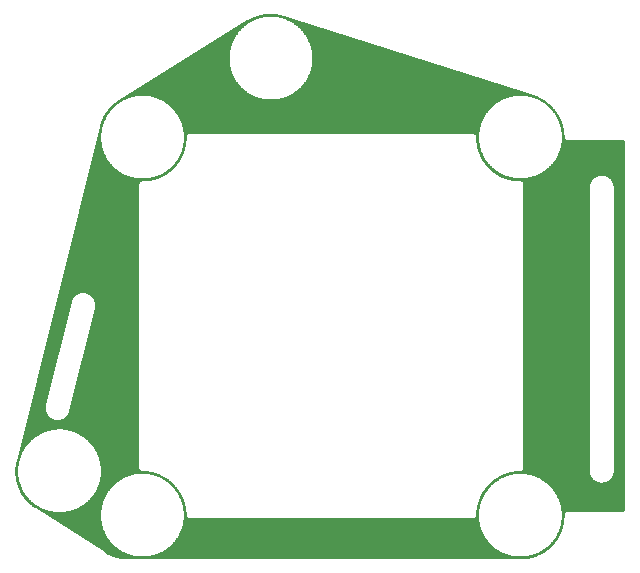
<source format=gbl>
G04 Layer: BottomLayer*
G04 EasyEDA v6.4.2, 2020-07-29T20:00:14+08:00*
G04 a4d3a70eaac246dab60b55038e04b420,fed530592efb474aaabf7115e2e2b964,NaN*
G04 Gerber Generator version 0.2*
G04 Scale: 100 percent, Rotated: No, Reflected: No *
G04 Dimensions in millimeters *
G04 leading zeros omitted , absolute positions ,3 integer and 3 decimal *
%FSLAX33Y33*%
%MOMM*%
G90*
G71D02*

%ADD11C,0.599999*%

%LPD*%
G36*
G01X21947Y46445D02*
G01X21859Y46446D01*
G01X21769Y46445D01*
G01X21679Y46441D01*
G01X21589Y46436D01*
G01X21499Y46428D01*
G01X21410Y46419D01*
G01X21320Y46406D01*
G01X21232Y46392D01*
G01X21143Y46376D01*
G01X21054Y46358D01*
G01X20967Y46337D01*
G01X20879Y46315D01*
G01X20793Y46290D01*
G01X20707Y46264D01*
G01X20621Y46235D01*
G01X20537Y46204D01*
G01X20452Y46171D01*
G01X20369Y46136D01*
G01X20287Y46099D01*
G01X20206Y46061D01*
G01X20125Y46020D01*
G01X20046Y45977D01*
G01X19968Y45933D01*
G01X19890Y45886D01*
G01X9054Y39183D01*
G01X8980Y39136D01*
G01X8906Y39088D01*
G01X8835Y39037D01*
G01X8764Y38985D01*
G01X8695Y38931D01*
G01X8627Y38876D01*
G01X8560Y38819D01*
G01X8495Y38761D01*
G01X8431Y38701D01*
G01X8368Y38639D01*
G01X8307Y38577D01*
G01X8248Y38512D01*
G01X8190Y38447D01*
G01X8133Y38380D01*
G01X8078Y38311D01*
G01X8025Y38241D01*
G01X7973Y38171D01*
G01X7923Y38099D01*
G01X7875Y38025D01*
G01X7828Y37951D01*
G01X7783Y37876D01*
G01X7699Y37722D01*
G01X7660Y37644D01*
G01X7622Y37565D01*
G01X7587Y37484D01*
G01X7553Y37404D01*
G01X7521Y37322D01*
G01X7491Y37240D01*
G01X7463Y37157D01*
G01X7436Y37073D01*
G01X7412Y36989D01*
G01X7390Y36904D01*
G01X7390Y36902D01*
G01X366Y8624D01*
G01X366Y8622D01*
G01X345Y8534D01*
G01X326Y8445D01*
G01X310Y8356D01*
G01X296Y8266D01*
G01X284Y8176D01*
G01X273Y8085D01*
G01X266Y7995D01*
G01X260Y7904D01*
G01X257Y7813D01*
G01X256Y7722D01*
G01X257Y7635D01*
G01X260Y7548D01*
G01X265Y7460D01*
G01X272Y7373D01*
G01X282Y7286D01*
G01X293Y7200D01*
G01X306Y7113D01*
G01X321Y7027D01*
G01X338Y6941D01*
G01X358Y6856D01*
G01X379Y6772D01*
G01X402Y6687D01*
G01X427Y6604D01*
G01X454Y6520D01*
G01X483Y6438D01*
G01X514Y6356D01*
G01X547Y6275D01*
G01X582Y6195D01*
G01X618Y6116D01*
G01X656Y6037D01*
G01X697Y5960D01*
G01X739Y5883D01*
G01X782Y5808D01*
G01X828Y5733D01*
G01X875Y5660D01*
G01X925Y5587D01*
G01X975Y5516D01*
G01X1027Y5446D01*
G01X1081Y5377D01*
G01X1137Y5310D01*
G01X1194Y5244D01*
G01X1252Y5179D01*
G01X1313Y5116D01*
G01X1374Y5054D01*
G01X1437Y4993D01*
G01X1502Y4934D01*
G01X1567Y4876D01*
G01X1634Y4821D01*
G01X1703Y4766D01*
G01X1773Y4713D01*
G01X1843Y4662D01*
G01X1915Y4613D01*
G01X1988Y4565D01*
G01X1992Y4563D01*
G01X7834Y842D01*
G01X7838Y839D01*
G01X7839Y838D01*
G01X7914Y792D01*
G01X7990Y747D01*
G01X8067Y705D01*
G01X8145Y664D01*
G01X8224Y624D01*
G01X8304Y587D01*
G01X8385Y552D01*
G01X8466Y519D01*
G01X8549Y487D01*
G01X8632Y458D01*
G01X8716Y430D01*
G01X8800Y405D01*
G01X8885Y381D01*
G01X8971Y359D01*
G01X9057Y340D01*
G01X9143Y322D01*
G01X9230Y307D01*
G01X9317Y293D01*
G01X9404Y282D01*
G01X9492Y272D01*
G01X9580Y265D01*
G01X9668Y260D01*
G01X9756Y257D01*
G01X9844Y256D01*
G01X43023Y256D01*
G01X43111Y257D01*
G01X43198Y260D01*
G01X43286Y265D01*
G01X43373Y272D01*
G01X43461Y282D01*
G01X43547Y293D01*
G01X43634Y306D01*
G01X43721Y322D01*
G01X43807Y339D01*
G01X43892Y358D01*
G01X43977Y380D01*
G01X44062Y403D01*
G01X44146Y428D01*
G01X44230Y456D01*
G01X44312Y485D01*
G01X44394Y516D01*
G01X44476Y549D01*
G01X44556Y584D01*
G01X44636Y621D01*
G01X44714Y660D01*
G01X44792Y701D01*
G01X44869Y743D01*
G01X44945Y787D01*
G01X45020Y833D01*
G01X45093Y881D01*
G01X45166Y930D01*
G01X45237Y981D01*
G01X45307Y1034D01*
G01X45376Y1088D01*
G01X45444Y1144D01*
G01X45510Y1202D01*
G01X45575Y1261D01*
G01X45638Y1321D01*
G01X45700Y1383D01*
G01X45761Y1447D01*
G01X45820Y1512D01*
G01X45878Y1579D01*
G01X45934Y1646D01*
G01X45988Y1715D01*
G01X46041Y1785D01*
G01X46092Y1856D01*
G01X46141Y1929D01*
G01X46189Y2003D01*
G01X46235Y2077D01*
G01X46279Y2153D01*
G01X46322Y2230D01*
G01X46362Y2308D01*
G01X46401Y2387D01*
G01X46438Y2466D01*
G01X46506Y2628D01*
G01X46537Y2710D01*
G01X46566Y2793D01*
G01X46593Y2876D01*
G01X46619Y2960D01*
G01X46642Y3045D01*
G01X46664Y3130D01*
G01X46683Y3215D01*
G01X46701Y3302D01*
G01X46716Y3388D01*
G01X46729Y3474D01*
G01X46740Y3562D01*
G01X46750Y3649D01*
G01X46757Y3737D01*
G01X46762Y3824D01*
G01X46765Y3912D01*
G01X46766Y4000D01*
G01X46767Y4023D01*
G01X46771Y4046D01*
G01X46776Y4070D01*
G01X46783Y4092D01*
G01X46793Y4114D01*
G01X46805Y4135D01*
G01X46818Y4154D01*
G01X46833Y4172D01*
G01X46850Y4189D01*
G01X46868Y4204D01*
G01X46888Y4218D01*
G01X46908Y4229D01*
G01X46930Y4239D01*
G01X46953Y4246D01*
G01X46975Y4252D01*
G01X46999Y4255D01*
G01X47023Y4256D01*
G01X51744Y4256D01*
G01X51758Y4257D01*
G01X51772Y4260D01*
G01X51786Y4265D01*
G01X51798Y4272D01*
G01X51810Y4281D01*
G01X51820Y4291D01*
G01X51829Y4302D01*
G01X51836Y4316D01*
G01X51841Y4329D01*
G01X51844Y4343D01*
G01X51845Y4358D01*
G01X51845Y35641D01*
G01X51844Y35656D01*
G01X51841Y35670D01*
G01X51836Y35684D01*
G01X51829Y35696D01*
G01X51820Y35708D01*
G01X51810Y35718D01*
G01X51798Y35727D01*
G01X51786Y35734D01*
G01X51772Y35739D01*
G01X51758Y35742D01*
G01X51744Y35743D01*
G01X47023Y35743D01*
G01X46999Y35744D01*
G01X46975Y35747D01*
G01X46953Y35753D01*
G01X46930Y35760D01*
G01X46908Y35770D01*
G01X46888Y35781D01*
G01X46868Y35795D01*
G01X46850Y35810D01*
G01X46833Y35827D01*
G01X46818Y35845D01*
G01X46805Y35864D01*
G01X46793Y35885D01*
G01X46783Y35907D01*
G01X46776Y35929D01*
G01X46771Y35952D01*
G01X46767Y35976D01*
G01X46766Y36000D01*
G01X46765Y36087D01*
G01X46762Y36175D01*
G01X46757Y36262D01*
G01X46750Y36350D01*
G01X46741Y36436D01*
G01X46729Y36523D01*
G01X46716Y36610D01*
G01X46701Y36697D01*
G01X46683Y36782D01*
G01X46664Y36868D01*
G01X46643Y36953D01*
G01X46619Y37037D01*
G01X46594Y37121D01*
G01X46567Y37205D01*
G01X46538Y37287D01*
G01X46507Y37369D01*
G01X46474Y37450D01*
G01X46438Y37531D01*
G01X46402Y37610D01*
G01X46363Y37689D01*
G01X46323Y37766D01*
G01X46280Y37843D01*
G01X46236Y37919D01*
G01X46191Y37993D01*
G01X46143Y38067D01*
G01X46094Y38140D01*
G01X46043Y38211D01*
G01X45990Y38281D01*
G01X45936Y38350D01*
G01X45880Y38418D01*
G01X45823Y38484D01*
G01X45764Y38549D01*
G01X45703Y38612D01*
G01X45642Y38674D01*
G01X45578Y38735D01*
G01X45514Y38794D01*
G01X45447Y38851D01*
G01X45380Y38907D01*
G01X45311Y38962D01*
G01X45242Y39015D01*
G01X45098Y39115D01*
G01X45025Y39163D01*
G01X44950Y39209D01*
G01X44874Y39253D01*
G01X44798Y39295D01*
G01X44720Y39336D01*
G01X44641Y39375D01*
G01X44562Y39412D01*
G01X44482Y39447D01*
G01X44400Y39480D01*
G01X44319Y39511D01*
G01X44236Y39541D01*
G01X44153Y39568D01*
G01X44149Y39569D01*
G01X44147Y39570D01*
G01X22990Y46271D01*
G01X22986Y46272D01*
G01X22984Y46273D01*
G01X22984Y46272D01*
G01X22900Y46298D01*
G01X22815Y46322D01*
G01X22730Y46343D01*
G01X22645Y46362D01*
G01X22558Y46380D01*
G01X22472Y46395D01*
G01X22385Y46409D01*
G01X22298Y46420D01*
G01X22210Y46429D01*
G01X22123Y46436D01*
G01X22035Y46442D01*
G01X21947Y46445D01*
G37*

%LPC*%
G36*
G01X43109Y7503D02*
G01X43024Y7504D01*
G01X42939Y7503D01*
G01X42855Y7500D01*
G01X42770Y7495D01*
G01X42686Y7488D01*
G01X42602Y7479D01*
G01X42518Y7468D01*
G01X42435Y7455D01*
G01X42352Y7439D01*
G01X42269Y7422D01*
G01X42187Y7403D01*
G01X42104Y7382D01*
G01X42023Y7359D01*
G01X41942Y7333D01*
G01X41862Y7306D01*
G01X41783Y7277D01*
G01X41704Y7246D01*
G01X41626Y7213D01*
G01X41549Y7179D01*
G01X41473Y7142D01*
G01X41398Y7104D01*
G01X41323Y7063D01*
G01X41250Y7022D01*
G01X41177Y6978D01*
G01X41106Y6932D01*
G01X41036Y6885D01*
G01X40967Y6836D01*
G01X40899Y6786D01*
G01X40832Y6734D01*
G01X40767Y6680D01*
G01X40703Y6624D01*
G01X40640Y6568D01*
G01X40579Y6509D01*
G01X40519Y6449D01*
G01X40461Y6388D01*
G01X40404Y6325D01*
G01X40349Y6262D01*
G01X40295Y6196D01*
G01X40243Y6130D01*
G01X40193Y6062D01*
G01X40143Y5993D01*
G01X40096Y5922D01*
G01X40051Y5851D01*
G01X40007Y5779D01*
G01X39965Y5706D01*
G01X39925Y5631D01*
G01X39886Y5556D01*
G01X39850Y5479D01*
G01X39815Y5402D01*
G01X39782Y5325D01*
G01X39751Y5246D01*
G01X39722Y5167D01*
G01X39695Y5086D01*
G01X39670Y5005D01*
G01X39647Y4924D01*
G01X39626Y4842D01*
G01X39606Y4760D01*
G01X39589Y4677D01*
G01X39574Y4594D01*
G01X39561Y4510D01*
G01X39549Y4426D01*
G01X39540Y4343D01*
G01X39533Y4258D01*
G01X39528Y4174D01*
G01X39525Y4089D01*
G01X39524Y4005D01*
G01X39525Y3920D01*
G01X39528Y3836D01*
G01X39533Y3751D01*
G01X39540Y3667D01*
G01X39549Y3583D01*
G01X39561Y3499D01*
G01X39574Y3415D01*
G01X39589Y3332D01*
G01X39606Y3249D01*
G01X39626Y3167D01*
G01X39647Y3085D01*
G01X39670Y3004D01*
G01X39695Y2923D01*
G01X39722Y2843D01*
G01X39751Y2764D01*
G01X39782Y2685D01*
G01X39815Y2607D01*
G01X39850Y2530D01*
G01X39886Y2454D01*
G01X39925Y2379D01*
G01X39965Y2304D01*
G01X40007Y2231D01*
G01X40050Y2158D01*
G01X40096Y2087D01*
G01X40143Y2017D01*
G01X40192Y1948D01*
G01X40242Y1880D01*
G01X40295Y1813D01*
G01X40349Y1748D01*
G01X40404Y1684D01*
G01X40461Y1622D01*
G01X40519Y1560D01*
G01X40579Y1500D01*
G01X40640Y1442D01*
G01X40703Y1385D01*
G01X40767Y1330D01*
G01X40832Y1276D01*
G01X40898Y1224D01*
G01X40966Y1174D01*
G01X41035Y1124D01*
G01X41105Y1078D01*
G01X41177Y1032D01*
G01X41249Y988D01*
G01X41322Y946D01*
G01X41397Y906D01*
G01X41472Y867D01*
G01X41548Y831D01*
G01X41625Y796D01*
G01X41703Y763D01*
G01X41782Y732D01*
G01X41861Y703D01*
G01X41942Y676D01*
G01X42022Y651D01*
G01X42103Y628D01*
G01X42185Y607D01*
G01X42268Y587D01*
G01X42351Y570D01*
G01X42433Y555D01*
G01X42517Y542D01*
G01X42601Y531D01*
G01X42685Y521D01*
G01X42769Y514D01*
G01X42854Y509D01*
G01X42938Y506D01*
G01X43023Y505D01*
G01X43025Y505D01*
G01X43110Y506D01*
G01X43194Y509D01*
G01X43279Y514D01*
G01X43363Y521D01*
G01X43447Y531D01*
G01X43531Y542D01*
G01X43614Y555D01*
G01X43697Y570D01*
G01X43780Y587D01*
G01X43862Y607D01*
G01X43944Y628D01*
G01X44026Y651D01*
G01X44106Y676D01*
G01X44186Y703D01*
G01X44266Y732D01*
G01X44344Y763D01*
G01X44423Y796D01*
G01X44499Y831D01*
G01X44576Y867D01*
G01X44651Y906D01*
G01X44725Y946D01*
G01X44799Y988D01*
G01X44871Y1032D01*
G01X45013Y1124D01*
G01X45082Y1174D01*
G01X45150Y1224D01*
G01X45216Y1276D01*
G01X45281Y1330D01*
G01X45345Y1385D01*
G01X45408Y1442D01*
G01X45469Y1500D01*
G01X45529Y1560D01*
G01X45587Y1622D01*
G01X45644Y1684D01*
G01X45699Y1748D01*
G01X45753Y1813D01*
G01X45805Y1880D01*
G01X45856Y1948D01*
G01X45905Y2017D01*
G01X45952Y2087D01*
G01X45998Y2158D01*
G01X46041Y2231D01*
G01X46083Y2304D01*
G01X46123Y2379D01*
G01X46162Y2454D01*
G01X46198Y2530D01*
G01X46233Y2607D01*
G01X46266Y2685D01*
G01X46297Y2764D01*
G01X46326Y2843D01*
G01X46353Y2923D01*
G01X46378Y3004D01*
G01X46401Y3085D01*
G01X46422Y3167D01*
G01X46442Y3249D01*
G01X46459Y3332D01*
G01X46474Y3415D01*
G01X46487Y3499D01*
G01X46498Y3583D01*
G01X46508Y3667D01*
G01X46515Y3751D01*
G01X46520Y3836D01*
G01X46523Y3920D01*
G01X46524Y4005D01*
G01X46523Y4089D01*
G01X46520Y4174D01*
G01X46515Y4258D01*
G01X46508Y4343D01*
G01X46498Y4426D01*
G01X46487Y4510D01*
G01X46474Y4594D01*
G01X46459Y4677D01*
G01X46442Y4760D01*
G01X46422Y4842D01*
G01X46401Y4924D01*
G01X46378Y5005D01*
G01X46353Y5086D01*
G01X46326Y5167D01*
G01X46297Y5246D01*
G01X46266Y5325D01*
G01X46233Y5402D01*
G01X46198Y5479D01*
G01X46162Y5556D01*
G01X46123Y5631D01*
G01X46083Y5706D01*
G01X46041Y5779D01*
G01X45997Y5851D01*
G01X45952Y5922D01*
G01X45905Y5993D01*
G01X45855Y6062D01*
G01X45805Y6130D01*
G01X45753Y6196D01*
G01X45699Y6262D01*
G01X45644Y6325D01*
G01X45587Y6388D01*
G01X45529Y6449D01*
G01X45469Y6509D01*
G01X45408Y6568D01*
G01X45345Y6624D01*
G01X45281Y6680D01*
G01X45216Y6734D01*
G01X45149Y6786D01*
G01X45081Y6836D01*
G01X45012Y6885D01*
G01X44942Y6932D01*
G01X44871Y6978D01*
G01X44798Y7022D01*
G01X44725Y7063D01*
G01X44650Y7104D01*
G01X44575Y7142D01*
G01X44499Y7179D01*
G01X44422Y7213D01*
G01X44344Y7246D01*
G01X44265Y7277D01*
G01X44185Y7306D01*
G01X44106Y7333D01*
G01X44025Y7359D01*
G01X43943Y7382D01*
G01X43861Y7403D01*
G01X43779Y7422D01*
G01X43696Y7439D01*
G01X43613Y7455D01*
G01X43530Y7468D01*
G01X43446Y7479D01*
G01X43362Y7488D01*
G01X43278Y7495D01*
G01X43193Y7500D01*
G01X43109Y7503D01*
G37*
G36*
G01X11109Y7513D02*
G01X11024Y7514D01*
G01X10939Y7513D01*
G01X10855Y7510D01*
G01X10770Y7505D01*
G01X10686Y7498D01*
G01X10602Y7489D01*
G01X10518Y7478D01*
G01X10435Y7465D01*
G01X10352Y7449D01*
G01X10269Y7432D01*
G01X10187Y7413D01*
G01X10104Y7392D01*
G01X10023Y7369D01*
G01X9942Y7343D01*
G01X9862Y7316D01*
G01X9783Y7287D01*
G01X9704Y7256D01*
G01X9626Y7223D01*
G01X9549Y7189D01*
G01X9473Y7152D01*
G01X9398Y7114D01*
G01X9323Y7074D01*
G01X9177Y6988D01*
G01X9106Y6942D01*
G01X9036Y6895D01*
G01X8967Y6846D01*
G01X8899Y6796D01*
G01X8832Y6743D01*
G01X8767Y6690D01*
G01X8703Y6635D01*
G01X8640Y6578D01*
G01X8579Y6519D01*
G01X8519Y6459D01*
G01X8461Y6398D01*
G01X8404Y6335D01*
G01X8349Y6271D01*
G01X8295Y6206D01*
G01X8243Y6140D01*
G01X8193Y6072D01*
G01X8143Y6003D01*
G01X8096Y5933D01*
G01X8051Y5861D01*
G01X8007Y5789D01*
G01X7965Y5716D01*
G01X7925Y5641D01*
G01X7886Y5566D01*
G01X7850Y5490D01*
G01X7815Y5412D01*
G01X7782Y5335D01*
G01X7751Y5256D01*
G01X7722Y5176D01*
G01X7695Y5096D01*
G01X7670Y5016D01*
G01X7647Y4934D01*
G01X7626Y4852D01*
G01X7606Y4770D01*
G01X7589Y4687D01*
G01X7574Y4604D01*
G01X7561Y4520D01*
G01X7550Y4437D01*
G01X7540Y4352D01*
G01X7533Y4268D01*
G01X7528Y4184D01*
G01X7525Y4099D01*
G01X7524Y4014D01*
G01X7525Y3930D01*
G01X7528Y3846D01*
G01X7533Y3761D01*
G01X7540Y3677D01*
G01X7550Y3593D01*
G01X7561Y3509D01*
G01X7574Y3426D01*
G01X7589Y3342D01*
G01X7606Y3259D01*
G01X7626Y3177D01*
G01X7647Y3095D01*
G01X7670Y3014D01*
G01X7695Y2933D01*
G01X7722Y2853D01*
G01X7751Y2774D01*
G01X7782Y2695D01*
G01X7815Y2617D01*
G01X7850Y2540D01*
G01X7886Y2464D01*
G01X7925Y2388D01*
G01X7965Y2314D01*
G01X8007Y2240D01*
G01X8050Y2168D01*
G01X8096Y2097D01*
G01X8143Y2027D01*
G01X8192Y1958D01*
G01X8242Y1890D01*
G01X8295Y1823D01*
G01X8349Y1758D01*
G01X8404Y1694D01*
G01X8460Y1631D01*
G01X8519Y1570D01*
G01X8579Y1510D01*
G01X8640Y1452D01*
G01X8703Y1395D01*
G01X8767Y1340D01*
G01X8832Y1286D01*
G01X8898Y1234D01*
G01X8966Y1183D01*
G01X9035Y1135D01*
G01X9105Y1087D01*
G01X9177Y1042D01*
G01X9249Y998D01*
G01X9322Y956D01*
G01X9397Y916D01*
G01X9472Y877D01*
G01X9548Y841D01*
G01X9625Y806D01*
G01X9703Y773D01*
G01X9782Y742D01*
G01X9861Y713D01*
G01X9941Y686D01*
G01X10022Y661D01*
G01X10103Y638D01*
G01X10186Y616D01*
G01X10268Y597D01*
G01X10351Y580D01*
G01X10433Y565D01*
G01X10517Y551D01*
G01X10601Y540D01*
G01X10685Y531D01*
G01X10769Y524D01*
G01X10854Y519D01*
G01X10938Y516D01*
G01X11023Y515D01*
G01X11025Y515D01*
G01X11110Y516D01*
G01X11194Y519D01*
G01X11279Y524D01*
G01X11363Y531D01*
G01X11447Y540D01*
G01X11531Y551D01*
G01X11615Y565D01*
G01X11697Y580D01*
G01X11780Y597D01*
G01X11862Y616D01*
G01X11944Y638D01*
G01X12026Y661D01*
G01X12106Y686D01*
G01X12187Y713D01*
G01X12266Y742D01*
G01X12345Y773D01*
G01X12423Y806D01*
G01X12499Y841D01*
G01X12576Y877D01*
G01X12651Y916D01*
G01X12726Y956D01*
G01X12799Y998D01*
G01X12871Y1042D01*
G01X12942Y1087D01*
G01X13013Y1135D01*
G01X13082Y1183D01*
G01X13150Y1234D01*
G01X13216Y1286D01*
G01X13281Y1340D01*
G01X13345Y1395D01*
G01X13408Y1452D01*
G01X13469Y1510D01*
G01X13529Y1570D01*
G01X13587Y1631D01*
G01X13644Y1694D01*
G01X13699Y1758D01*
G01X13753Y1823D01*
G01X13806Y1890D01*
G01X13856Y1958D01*
G01X13905Y2027D01*
G01X13952Y2097D01*
G01X13998Y2168D01*
G01X14041Y2240D01*
G01X14083Y2314D01*
G01X14123Y2388D01*
G01X14162Y2464D01*
G01X14198Y2540D01*
G01X14233Y2617D01*
G01X14266Y2695D01*
G01X14297Y2774D01*
G01X14326Y2853D01*
G01X14353Y2933D01*
G01X14378Y3014D01*
G01X14401Y3095D01*
G01X14422Y3177D01*
G01X14442Y3259D01*
G01X14459Y3342D01*
G01X14474Y3426D01*
G01X14487Y3509D01*
G01X14498Y3593D01*
G01X14508Y3677D01*
G01X14515Y3761D01*
G01X14520Y3846D01*
G01X14523Y3930D01*
G01X14524Y4014D01*
G01X14523Y4099D01*
G01X14520Y4184D01*
G01X14515Y4268D01*
G01X14508Y4352D01*
G01X14498Y4437D01*
G01X14487Y4520D01*
G01X14474Y4604D01*
G01X14459Y4687D01*
G01X14442Y4770D01*
G01X14422Y4852D01*
G01X14401Y4934D01*
G01X14378Y5016D01*
G01X14353Y5096D01*
G01X14326Y5176D01*
G01X14296Y5256D01*
G01X14266Y5335D01*
G01X14233Y5412D01*
G01X14198Y5490D01*
G01X14162Y5566D01*
G01X14123Y5641D01*
G01X14083Y5716D01*
G01X14041Y5789D01*
G01X13997Y5861D01*
G01X13952Y5933D01*
G01X13905Y6003D01*
G01X13855Y6072D01*
G01X13805Y6140D01*
G01X13753Y6206D01*
G01X13699Y6271D01*
G01X13644Y6335D01*
G01X13587Y6398D01*
G01X13529Y6459D01*
G01X13469Y6519D01*
G01X13407Y6578D01*
G01X13345Y6635D01*
G01X13281Y6690D01*
G01X13216Y6743D01*
G01X13149Y6796D01*
G01X13081Y6846D01*
G01X13012Y6895D01*
G01X12942Y6942D01*
G01X12871Y6988D01*
G01X12725Y7074D01*
G01X12650Y7114D01*
G01X12575Y7152D01*
G01X12499Y7189D01*
G01X12422Y7223D01*
G01X12344Y7256D01*
G01X12265Y7287D01*
G01X12186Y7316D01*
G01X12105Y7343D01*
G01X12025Y7369D01*
G01X11943Y7392D01*
G01X11861Y7413D01*
G01X11779Y7432D01*
G01X11696Y7449D01*
G01X11613Y7465D01*
G01X11530Y7478D01*
G01X11446Y7489D01*
G01X11362Y7498D01*
G01X11278Y7505D01*
G01X11193Y7510D01*
G01X11109Y7513D01*
G37*
G36*
G01X39023Y36256D02*
G01X15023Y36256D01*
G01X14999Y36255D01*
G01X14975Y36252D01*
G01X14953Y36246D01*
G01X14930Y36239D01*
G01X14908Y36229D01*
G01X14888Y36218D01*
G01X14868Y36204D01*
G01X14850Y36189D01*
G01X14833Y36172D01*
G01X14818Y36154D01*
G01X14804Y36135D01*
G01X14793Y36114D01*
G01X14783Y36092D01*
G01X14776Y36070D01*
G01X14770Y36047D01*
G01X14767Y36023D01*
G01X14766Y36000D01*
G01X14765Y35912D01*
G01X14762Y35824D01*
G01X14757Y35736D01*
G01X14749Y35649D01*
G01X14740Y35562D01*
G01X14729Y35475D01*
G01X14716Y35388D01*
G01X14701Y35302D01*
G01X14683Y35215D01*
G01X14664Y35130D01*
G01X14642Y35045D01*
G01X14619Y34960D01*
G01X14593Y34876D01*
G01X14566Y34793D01*
G01X14537Y34710D01*
G01X14506Y34628D01*
G01X14473Y34547D01*
G01X14438Y34466D01*
G01X14401Y34387D01*
G01X14362Y34308D01*
G01X14322Y34230D01*
G01X14279Y34153D01*
G01X14235Y34077D01*
G01X14189Y34003D01*
G01X14141Y33929D01*
G01X14092Y33856D01*
G01X14041Y33785D01*
G01X13988Y33715D01*
G01X13934Y33646D01*
G01X13878Y33578D01*
G01X13820Y33512D01*
G01X13761Y33447D01*
G01X13700Y33384D01*
G01X13638Y33321D01*
G01X13575Y33261D01*
G01X13510Y33202D01*
G01X13444Y33145D01*
G01X13376Y33088D01*
G01X13307Y33034D01*
G01X13237Y32982D01*
G01X13166Y32930D01*
G01X13093Y32881D01*
G01X13020Y32833D01*
G01X12945Y32787D01*
G01X12869Y32743D01*
G01X12792Y32701D01*
G01X12714Y32660D01*
G01X12636Y32621D01*
G01X12556Y32584D01*
G01X12476Y32549D01*
G01X12394Y32516D01*
G01X12312Y32485D01*
G01X12229Y32456D01*
G01X12146Y32428D01*
G01X12062Y32403D01*
G01X11977Y32380D01*
G01X11892Y32358D01*
G01X11807Y32339D01*
G01X11721Y32322D01*
G01X11634Y32306D01*
G01X11547Y32293D01*
G01X11461Y32282D01*
G01X11373Y32272D01*
G01X11286Y32265D01*
G01X11198Y32260D01*
G01X11111Y32257D01*
G01X11023Y32256D01*
G01X10999Y32255D01*
G01X10975Y32252D01*
G01X10953Y32246D01*
G01X10930Y32239D01*
G01X10908Y32229D01*
G01X10888Y32218D01*
G01X10868Y32204D01*
G01X10850Y32189D01*
G01X10833Y32172D01*
G01X10818Y32154D01*
G01X10804Y32135D01*
G01X10793Y32114D01*
G01X10783Y32092D01*
G01X10776Y32070D01*
G01X10770Y32047D01*
G01X10767Y32023D01*
G01X10766Y32000D01*
G01X10766Y8000D01*
G01X10767Y7976D01*
G01X10770Y7952D01*
G01X10776Y7930D01*
G01X10783Y7907D01*
G01X10793Y7885D01*
G01X10804Y7865D01*
G01X10818Y7845D01*
G01X10833Y7826D01*
G01X10850Y7810D01*
G01X10868Y7795D01*
G01X10888Y7781D01*
G01X10908Y7770D01*
G01X10930Y7760D01*
G01X10953Y7753D01*
G01X10975Y7747D01*
G01X10999Y7744D01*
G01X11023Y7743D01*
G01X11111Y7742D01*
G01X11198Y7739D01*
G01X11286Y7733D01*
G01X11373Y7726D01*
G01X11461Y7717D01*
G01X11547Y7706D01*
G01X11634Y7693D01*
G01X11721Y7677D01*
G01X11807Y7660D01*
G01X11892Y7640D01*
G01X11977Y7619D01*
G01X12062Y7596D01*
G01X12146Y7570D01*
G01X12229Y7543D01*
G01X12312Y7514D01*
G01X12394Y7482D01*
G01X12476Y7449D01*
G01X12556Y7414D01*
G01X12636Y7378D01*
G01X12714Y7339D01*
G01X12792Y7298D01*
G01X12869Y7256D01*
G01X12945Y7212D01*
G01X13020Y7166D01*
G01X13093Y7118D01*
G01X13166Y7068D01*
G01X13237Y7018D01*
G01X13307Y6965D01*
G01X13376Y6910D01*
G01X13444Y6855D01*
G01X13510Y6797D01*
G01X13575Y6738D01*
G01X13638Y6677D01*
G01X13700Y6615D01*
G01X13761Y6552D01*
G01X13820Y6487D01*
G01X13878Y6421D01*
G01X13934Y6353D01*
G01X13988Y6284D01*
G01X14041Y6214D01*
G01X14092Y6142D01*
G01X14141Y6070D01*
G01X14189Y5997D01*
G01X14235Y5921D01*
G01X14279Y5846D01*
G01X14322Y5769D01*
G01X14362Y5691D01*
G01X14401Y5613D01*
G01X14438Y5533D01*
G01X14473Y5453D01*
G01X14506Y5371D01*
G01X14537Y5289D01*
G01X14566Y5206D01*
G01X14593Y5123D01*
G01X14619Y5039D01*
G01X14642Y4954D01*
G01X14664Y4869D01*
G01X14683Y4783D01*
G01X14701Y4698D01*
G01X14716Y4611D01*
G01X14729Y4524D01*
G01X14740Y4438D01*
G01X14749Y4350D01*
G01X14757Y4263D01*
G01X14762Y4175D01*
G01X14765Y4087D01*
G01X14766Y4000D01*
G01X14767Y3975D01*
G01X14771Y3951D01*
G01X14776Y3928D01*
G01X14784Y3905D01*
G01X14794Y3882D01*
G01X14806Y3861D01*
G01X14836Y3823D01*
G01X14854Y3806D01*
G01X14873Y3791D01*
G01X14893Y3778D01*
G01X14915Y3767D01*
G01X14937Y3757D01*
G01X14960Y3751D01*
G01X14991Y3745D01*
G01X15023Y3743D01*
G01X39023Y3743D01*
G01X39047Y3744D01*
G01X39070Y3747D01*
G01X39093Y3753D01*
G01X39116Y3760D01*
G01X39137Y3770D01*
G01X39158Y3781D01*
G01X39177Y3795D01*
G01X39195Y3810D01*
G01X39212Y3826D01*
G01X39227Y3845D01*
G01X39241Y3865D01*
G01X39252Y3885D01*
G01X39262Y3907D01*
G01X39270Y3929D01*
G01X39275Y3952D01*
G01X39278Y3976D01*
G01X39279Y4000D01*
G01X39279Y4008D01*
G01X39280Y4096D01*
G01X39284Y4183D01*
G01X39289Y4270D01*
G01X39296Y4358D01*
G01X39306Y4445D01*
G01X39317Y4532D01*
G01X39331Y4618D01*
G01X39346Y4705D01*
G01X39364Y4791D01*
G01X39383Y4876D01*
G01X39405Y4961D01*
G01X39428Y5046D01*
G01X39453Y5129D01*
G01X39481Y5212D01*
G01X39510Y5295D01*
G01X39542Y5377D01*
G01X39575Y5458D01*
G01X39610Y5538D01*
G01X39647Y5618D01*
G01X39686Y5696D01*
G01X39726Y5774D01*
G01X39769Y5851D01*
G01X39813Y5926D01*
G01X39859Y6001D01*
G01X39907Y6074D01*
G01X39956Y6147D01*
G01X40007Y6218D01*
G01X40060Y6288D01*
G01X40114Y6357D01*
G01X40171Y6424D01*
G01X40228Y6490D01*
G01X40287Y6555D01*
G01X40348Y6618D01*
G01X40410Y6680D01*
G01X40473Y6741D01*
G01X40538Y6800D01*
G01X40604Y6857D01*
G01X40672Y6913D01*
G01X40741Y6967D01*
G01X40811Y7020D01*
G01X40882Y7071D01*
G01X40955Y7120D01*
G01X41028Y7168D01*
G01X41103Y7213D01*
G01X41179Y7257D01*
G01X41255Y7300D01*
G01X41333Y7340D01*
G01X41412Y7379D01*
G01X41492Y7415D01*
G01X41572Y7450D01*
G01X41653Y7484D01*
G01X41735Y7514D01*
G01X41818Y7543D01*
G01X41901Y7571D01*
G01X41985Y7596D01*
G01X42069Y7620D01*
G01X42154Y7641D01*
G01X42240Y7660D01*
G01X42326Y7678D01*
G01X42412Y7693D01*
G01X42498Y7706D01*
G01X42585Y7717D01*
G01X42673Y7726D01*
G01X42760Y7734D01*
G01X42847Y7739D01*
G01X42935Y7742D01*
G01X43023Y7743D01*
G01X43047Y7744D01*
G01X43070Y7747D01*
G01X43093Y7753D01*
G01X43115Y7760D01*
G01X43137Y7770D01*
G01X43158Y7781D01*
G01X43177Y7795D01*
G01X43195Y7810D01*
G01X43212Y7826D01*
G01X43227Y7845D01*
G01X43241Y7865D01*
G01X43252Y7885D01*
G01X43262Y7907D01*
G01X43270Y7930D01*
G01X43275Y7952D01*
G01X43278Y7976D01*
G01X43279Y8000D01*
G01X43279Y32000D01*
G01X43278Y32023D01*
G01X43275Y32047D01*
G01X43270Y32070D01*
G01X43262Y32092D01*
G01X43252Y32114D01*
G01X43241Y32135D01*
G01X43227Y32154D01*
G01X43212Y32172D01*
G01X43195Y32189D01*
G01X43177Y32204D01*
G01X43158Y32218D01*
G01X43137Y32229D01*
G01X43115Y32239D01*
G01X43093Y32246D01*
G01X43070Y32252D01*
G01X43047Y32255D01*
G01X43023Y32256D01*
G01X42935Y32257D01*
G01X42847Y32260D01*
G01X42760Y32265D01*
G01X42673Y32272D01*
G01X42585Y32282D01*
G01X42498Y32293D01*
G01X42412Y32306D01*
G01X42326Y32322D01*
G01X42240Y32339D01*
G01X42154Y32358D01*
G01X42069Y32380D01*
G01X41985Y32403D01*
G01X41901Y32428D01*
G01X41818Y32455D01*
G01X41735Y32485D01*
G01X41653Y32516D01*
G01X41572Y32549D01*
G01X41492Y32583D01*
G01X41412Y32620D01*
G01X41333Y32659D01*
G01X41255Y32700D01*
G01X41179Y32742D01*
G01X41103Y32786D01*
G01X41028Y32832D01*
G01X40955Y32879D01*
G01X40882Y32928D01*
G01X40811Y32980D01*
G01X40741Y33032D01*
G01X40672Y33086D01*
G01X40604Y33142D01*
G01X40538Y33199D01*
G01X40473Y33258D01*
G01X40410Y33319D01*
G01X40348Y33381D01*
G01X40287Y33444D01*
G01X40228Y33509D01*
G01X40171Y33575D01*
G01X40114Y33642D01*
G01X40060Y33711D01*
G01X40007Y33781D01*
G01X39956Y33852D01*
G01X39907Y33924D01*
G01X39859Y33998D01*
G01X39813Y34073D01*
G01X39769Y34148D01*
G01X39726Y34225D01*
G01X39686Y34302D01*
G01X39647Y34381D01*
G01X39610Y34461D01*
G01X39575Y34541D01*
G01X39542Y34622D01*
G01X39510Y34704D01*
G01X39481Y34786D01*
G01X39454Y34870D01*
G01X39428Y34954D01*
G01X39405Y35038D01*
G01X39383Y35123D01*
G01X39364Y35208D01*
G01X39346Y35294D01*
G01X39331Y35380D01*
G01X39317Y35467D01*
G01X39306Y35554D01*
G01X39296Y35641D01*
G01X39289Y35728D01*
G01X39284Y35816D01*
G01X39280Y35904D01*
G01X39279Y35991D01*
G01X39279Y36000D01*
G01X39278Y36023D01*
G01X39275Y36047D01*
G01X39270Y36070D01*
G01X39262Y36092D01*
G01X39252Y36114D01*
G01X39241Y36135D01*
G01X39227Y36154D01*
G01X39212Y36172D01*
G01X39195Y36189D01*
G01X39177Y36204D01*
G01X39158Y36218D01*
G01X39137Y36229D01*
G01X39116Y36239D01*
G01X39093Y36246D01*
G01X39070Y36252D01*
G01X39047Y36255D01*
G01X39023Y36256D01*
G37*
G36*
G01X4089Y11264D02*
G01X4004Y11265D01*
G01X3919Y11264D01*
G01X3835Y11260D01*
G01X3750Y11255D01*
G01X3666Y11248D01*
G01X3582Y11239D01*
G01X3498Y11228D01*
G01X3415Y11215D01*
G01X3332Y11200D01*
G01X3249Y11182D01*
G01X3167Y11163D01*
G01X3085Y11142D01*
G01X3003Y11118D01*
G01X2923Y11093D01*
G01X2842Y11066D01*
G01X2763Y11037D01*
G01X2684Y11006D01*
G01X2606Y10973D01*
G01X2529Y10938D01*
G01X2453Y10902D01*
G01X2378Y10864D01*
G01X2303Y10824D01*
G01X2157Y10738D01*
G01X2086Y10692D01*
G01X2016Y10645D01*
G01X1947Y10596D01*
G01X1879Y10546D01*
G01X1812Y10493D01*
G01X1747Y10440D01*
G01X1683Y10384D01*
G01X1621Y10327D01*
G01X1559Y10269D01*
G01X1499Y10209D01*
G01X1441Y10148D01*
G01X1384Y10085D01*
G01X1329Y10021D01*
G01X1275Y9956D01*
G01X1223Y9889D01*
G01X1173Y9822D01*
G01X1123Y9753D01*
G01X1076Y9683D01*
G01X1031Y9612D01*
G01X987Y9539D01*
G01X945Y9466D01*
G01X905Y9391D01*
G01X866Y9316D01*
G01X830Y9240D01*
G01X795Y9162D01*
G01X762Y9084D01*
G01X702Y8926D01*
G01X675Y8846D01*
G01X650Y8765D01*
G01X627Y8684D01*
G01X606Y8602D01*
G01X586Y8520D01*
G01X569Y8437D01*
G01X554Y8354D01*
G01X541Y8270D01*
G01X529Y8187D01*
G01X520Y8102D01*
G01X513Y8018D01*
G01X508Y7934D01*
G01X505Y7849D01*
G01X504Y7764D01*
G01X505Y7680D01*
G01X508Y7596D01*
G01X513Y7511D01*
G01X520Y7427D01*
G01X529Y7343D01*
G01X541Y7259D01*
G01X554Y7176D01*
G01X569Y7092D01*
G01X586Y7010D01*
G01X606Y6927D01*
G01X627Y6845D01*
G01X650Y6764D01*
G01X675Y6683D01*
G01X702Y6603D01*
G01X731Y6524D01*
G01X762Y6445D01*
G01X795Y6367D01*
G01X830Y6290D01*
G01X866Y6214D01*
G01X905Y6138D01*
G01X945Y6064D01*
G01X987Y5990D01*
G01X1030Y5918D01*
G01X1076Y5847D01*
G01X1123Y5777D01*
G01X1172Y5708D01*
G01X1222Y5640D01*
G01X1275Y5573D01*
G01X1329Y5508D01*
G01X1384Y5444D01*
G01X1441Y5381D01*
G01X1499Y5320D01*
G01X1559Y5261D01*
G01X1620Y5202D01*
G01X1683Y5145D01*
G01X1747Y5090D01*
G01X1812Y5036D01*
G01X1878Y4984D01*
G01X1946Y4933D01*
G01X2015Y4885D01*
G01X2085Y4837D01*
G01X2157Y4792D01*
G01X2229Y4748D01*
G01X2302Y4706D01*
G01X2377Y4666D01*
G01X2452Y4628D01*
G01X2528Y4591D01*
G01X2605Y4556D01*
G01X2683Y4523D01*
G01X2762Y4492D01*
G01X2841Y4463D01*
G01X2922Y4436D01*
G01X3002Y4411D01*
G01X3084Y4388D01*
G01X3165Y4366D01*
G01X3248Y4347D01*
G01X3331Y4330D01*
G01X3413Y4315D01*
G01X3497Y4301D01*
G01X3581Y4290D01*
G01X3665Y4281D01*
G01X3749Y4274D01*
G01X3834Y4269D01*
G01X3918Y4266D01*
G01X4003Y4265D01*
G01X4005Y4265D01*
G01X4090Y4266D01*
G01X4174Y4269D01*
G01X4259Y4274D01*
G01X4343Y4281D01*
G01X4427Y4290D01*
G01X4511Y4301D01*
G01X4595Y4315D01*
G01X4677Y4330D01*
G01X4760Y4347D01*
G01X4842Y4366D01*
G01X4925Y4388D01*
G01X5006Y4411D01*
G01X5087Y4436D01*
G01X5167Y4463D01*
G01X5246Y4492D01*
G01X5324Y4523D01*
G01X5403Y4556D01*
G01X5480Y4591D01*
G01X5556Y4628D01*
G01X5631Y4666D01*
G01X5705Y4706D01*
G01X5779Y4748D01*
G01X5851Y4792D01*
G01X5923Y4837D01*
G01X5993Y4885D01*
G01X6062Y4933D01*
G01X6130Y4984D01*
G01X6196Y5036D01*
G01X6261Y5090D01*
G01X6325Y5145D01*
G01X6388Y5202D01*
G01X6449Y5261D01*
G01X6509Y5320D01*
G01X6568Y5381D01*
G01X6624Y5444D01*
G01X6679Y5508D01*
G01X6733Y5573D01*
G01X6786Y5640D01*
G01X6836Y5708D01*
G01X6885Y5777D01*
G01X6932Y5847D01*
G01X6978Y5918D01*
G01X7021Y5990D01*
G01X7063Y6064D01*
G01X7103Y6138D01*
G01X7142Y6214D01*
G01X7178Y6290D01*
G01X7213Y6367D01*
G01X7246Y6445D01*
G01X7277Y6524D01*
G01X7306Y6603D01*
G01X7333Y6683D01*
G01X7358Y6764D01*
G01X7381Y6845D01*
G01X7402Y6927D01*
G01X7422Y7010D01*
G01X7439Y7092D01*
G01X7454Y7176D01*
G01X7467Y7259D01*
G01X7478Y7343D01*
G01X7488Y7427D01*
G01X7495Y7511D01*
G01X7500Y7596D01*
G01X7503Y7680D01*
G01X7504Y7764D01*
G01X7503Y7849D01*
G01X7500Y7934D01*
G01X7495Y8018D01*
G01X7488Y8102D01*
G01X7478Y8187D01*
G01X7467Y8270D01*
G01X7454Y8354D01*
G01X7439Y8437D01*
G01X7422Y8520D01*
G01X7402Y8602D01*
G01X7381Y8684D01*
G01X7358Y8765D01*
G01X7333Y8846D01*
G01X7306Y8926D01*
G01X7277Y9005D01*
G01X7246Y9084D01*
G01X7213Y9162D01*
G01X7178Y9240D01*
G01X7142Y9316D01*
G01X7103Y9391D01*
G01X7063Y9466D01*
G01X7021Y9539D01*
G01X6977Y9612D01*
G01X6932Y9683D01*
G01X6885Y9753D01*
G01X6835Y9822D01*
G01X6785Y9889D01*
G01X6733Y9956D01*
G01X6679Y10021D01*
G01X6624Y10085D01*
G01X6567Y10148D01*
G01X6509Y10209D01*
G01X6449Y10269D01*
G01X6388Y10327D01*
G01X6325Y10384D01*
G01X6261Y10440D01*
G01X6196Y10493D01*
G01X6129Y10546D01*
G01X6061Y10596D01*
G01X5992Y10645D01*
G01X5922Y10692D01*
G01X5851Y10738D01*
G01X5705Y10824D01*
G01X5630Y10864D01*
G01X5555Y10902D01*
G01X5479Y10938D01*
G01X5402Y10973D01*
G01X5324Y11006D01*
G01X5245Y11037D01*
G01X5165Y11066D01*
G01X5086Y11093D01*
G01X5005Y11118D01*
G01X4924Y11142D01*
G01X4841Y11163D01*
G01X4759Y11182D01*
G01X4676Y11200D01*
G01X4593Y11215D01*
G01X4510Y11228D01*
G01X4426Y11239D01*
G01X4342Y11248D01*
G01X4258Y11255D01*
G01X4173Y11260D01*
G01X4089Y11264D01*
G37*
G36*
G01X49961Y32751D02*
G01X49915Y32752D01*
G01X49869Y32751D01*
G01X49823Y32748D01*
G01X49777Y32743D01*
G01X49732Y32736D01*
G01X49687Y32726D01*
G01X49642Y32714D01*
G01X49598Y32701D01*
G01X49554Y32685D01*
G01X49511Y32668D01*
G01X49470Y32648D01*
G01X49429Y32627D01*
G01X49389Y32604D01*
G01X49350Y32579D01*
G01X49313Y32552D01*
G01X49276Y32523D01*
G01X49241Y32493D01*
G01X49208Y32462D01*
G01X49176Y32428D01*
G01X49145Y32394D01*
G01X49116Y32358D01*
G01X49089Y32321D01*
G01X49063Y32282D01*
G01X49040Y32242D01*
G01X49018Y32202D01*
G01X48998Y32160D01*
G01X48980Y32118D01*
G01X48964Y32074D01*
G01X48950Y32031D01*
G01X48938Y31986D01*
G01X48928Y31941D01*
G01X48920Y31895D01*
G01X48914Y31850D01*
G01X48910Y31804D01*
G01X48909Y31758D01*
G01X48909Y7752D01*
G01X48910Y7706D01*
G01X48914Y7659D01*
G01X48920Y7614D01*
G01X48928Y7568D01*
G01X48938Y7523D01*
G01X48950Y7478D01*
G01X48964Y7435D01*
G01X48980Y7392D01*
G01X48998Y7349D01*
G01X49018Y7307D01*
G01X49040Y7267D01*
G01X49063Y7227D01*
G01X49089Y7188D01*
G01X49116Y7151D01*
G01X49145Y7115D01*
G01X49176Y7081D01*
G01X49208Y7048D01*
G01X49241Y7016D01*
G01X49276Y6986D01*
G01X49313Y6957D01*
G01X49350Y6930D01*
G01X49389Y6905D01*
G01X49429Y6882D01*
G01X49470Y6861D01*
G01X49511Y6841D01*
G01X49554Y6824D01*
G01X49598Y6808D01*
G01X49642Y6795D01*
G01X49687Y6783D01*
G01X49732Y6774D01*
G01X49777Y6766D01*
G01X49823Y6761D01*
G01X49869Y6758D01*
G01X49915Y6757D01*
G01X49961Y6758D01*
G01X50007Y6761D01*
G01X50053Y6766D01*
G01X50099Y6774D01*
G01X50144Y6783D01*
G01X50189Y6795D01*
G01X50233Y6808D01*
G01X50276Y6824D01*
G01X50319Y6841D01*
G01X50361Y6861D01*
G01X50402Y6882D01*
G01X50442Y6905D01*
G01X50480Y6930D01*
G01X50518Y6957D01*
G01X50554Y6986D01*
G01X50589Y7016D01*
G01X50623Y7048D01*
G01X50655Y7081D01*
G01X50685Y7115D01*
G01X50714Y7151D01*
G01X50742Y7188D01*
G01X50767Y7227D01*
G01X50790Y7267D01*
G01X50812Y7307D01*
G01X50833Y7349D01*
G01X50867Y7435D01*
G01X50880Y7478D01*
G01X50893Y7523D01*
G01X50903Y7568D01*
G01X50910Y7614D01*
G01X50916Y7659D01*
G01X50920Y7706D01*
G01X50922Y7752D01*
G01X50922Y31758D01*
G01X50920Y31804D01*
G01X50916Y31850D01*
G01X50910Y31895D01*
G01X50903Y31941D01*
G01X50893Y31986D01*
G01X50880Y32031D01*
G01X50867Y32074D01*
G01X50850Y32118D01*
G01X50833Y32160D01*
G01X50812Y32202D01*
G01X50790Y32242D01*
G01X50767Y32282D01*
G01X50742Y32321D01*
G01X50714Y32358D01*
G01X50685Y32394D01*
G01X50655Y32428D01*
G01X50623Y32462D01*
G01X50589Y32493D01*
G01X50554Y32523D01*
G01X50518Y32552D01*
G01X50480Y32579D01*
G01X50442Y32604D01*
G01X50402Y32627D01*
G01X50361Y32648D01*
G01X50319Y32668D01*
G01X50276Y32685D01*
G01X50233Y32701D01*
G01X50189Y32714D01*
G01X50144Y32726D01*
G01X50099Y32736D01*
G01X50053Y32743D01*
G01X50007Y32748D01*
G01X49961Y32751D01*
G37*
G36*
G01X6051Y22798D02*
G01X6005Y22799D01*
G01X5959Y22798D01*
G01X5913Y22795D01*
G01X5868Y22790D01*
G01X5822Y22782D01*
G01X5777Y22773D01*
G01X5732Y22762D01*
G01X5689Y22748D01*
G01X5646Y22733D01*
G01X5603Y22715D01*
G01X5561Y22696D01*
G01X5521Y22675D01*
G01X5480Y22652D01*
G01X5442Y22627D01*
G01X5404Y22601D01*
G01X5368Y22573D01*
G01X5333Y22543D01*
G01X5300Y22511D01*
G01X5268Y22478D01*
G01X5237Y22444D01*
G01X5208Y22408D01*
G01X5181Y22371D01*
G01X5155Y22333D01*
G01X5132Y22294D01*
G01X5110Y22254D01*
G01X5090Y22212D01*
G01X5072Y22170D01*
G01X5055Y22127D01*
G01X5041Y22083D01*
G01X5029Y22039D01*
G01X5028Y22038D01*
G01X2869Y13301D01*
G01X2869Y13300D01*
G01X2859Y13253D01*
G01X2851Y13206D01*
G01X2845Y13158D01*
G01X2842Y13111D01*
G01X2841Y13063D01*
G01X2842Y13016D01*
G01X2845Y12970D01*
G01X2851Y12924D01*
G01X2858Y12878D01*
G01X2868Y12832D01*
G01X2879Y12788D01*
G01X2893Y12743D01*
G01X2909Y12699D01*
G01X2927Y12656D01*
G01X2947Y12614D01*
G01X2968Y12573D01*
G01X2992Y12533D01*
G01X3017Y12494D01*
G01X3044Y12456D01*
G01X3073Y12420D01*
G01X3104Y12385D01*
G01X3136Y12351D01*
G01X3170Y12319D01*
G01X3205Y12289D01*
G01X3241Y12260D01*
G01X3279Y12232D01*
G01X3318Y12207D01*
G01X3358Y12184D01*
G01X3399Y12162D01*
G01X3441Y12142D01*
G01X3484Y12124D01*
G01X3528Y12108D01*
G01X3572Y12095D01*
G01X3617Y12083D01*
G01X3663Y12073D01*
G01X3709Y12066D01*
G01X3755Y12061D01*
G01X3801Y12058D01*
G01X3848Y12057D01*
G01X3893Y12058D01*
G01X3939Y12061D01*
G01X3985Y12066D01*
G01X4030Y12073D01*
G01X4075Y12082D01*
G01X4120Y12094D01*
G01X4164Y12107D01*
G01X4207Y12123D01*
G01X4250Y12140D01*
G01X4291Y12159D01*
G01X4332Y12180D01*
G01X4371Y12203D01*
G01X4410Y12228D01*
G01X4448Y12255D01*
G01X4484Y12283D01*
G01X4519Y12313D01*
G01X4552Y12344D01*
G01X4584Y12377D01*
G01X4615Y12412D01*
G01X4644Y12447D01*
G01X4671Y12484D01*
G01X4697Y12522D01*
G01X4720Y12561D01*
G01X4742Y12602D01*
G01X4763Y12643D01*
G01X4780Y12685D01*
G01X4797Y12729D01*
G01X4811Y12772D01*
G01X4824Y12816D01*
G01X4824Y12818D01*
G01X6983Y21555D01*
G01X6983Y21556D01*
G01X6993Y21603D01*
G01X7001Y21650D01*
G01X7006Y21697D01*
G01X7010Y21745D01*
G01X7011Y21793D01*
G01X7010Y21839D01*
G01X7007Y21886D01*
G01X7001Y21932D01*
G01X6994Y21978D01*
G01X6985Y22023D01*
G01X6973Y22068D01*
G01X6959Y22112D01*
G01X6943Y22156D01*
G01X6926Y22199D01*
G01X6906Y22241D01*
G01X6884Y22283D01*
G01X6861Y22323D01*
G01X6835Y22361D01*
G01X6808Y22399D01*
G01X6779Y22436D01*
G01X6748Y22471D01*
G01X6716Y22505D01*
G01X6683Y22537D01*
G01X6648Y22567D01*
G01X6611Y22596D01*
G01X6574Y22623D01*
G01X6535Y22648D01*
G01X6494Y22672D01*
G01X6453Y22694D01*
G01X6411Y22713D01*
G01X6368Y22731D01*
G01X6325Y22747D01*
G01X6280Y22761D01*
G01X6235Y22772D01*
G01X6190Y22782D01*
G01X6144Y22790D01*
G01X6098Y22795D01*
G01X6051Y22798D01*
G37*
G36*
G01X11120Y39509D02*
G01X11035Y39510D01*
G01X10951Y39509D01*
G01X10867Y39506D01*
G01X10782Y39501D01*
G01X10698Y39494D01*
G01X10614Y39485D01*
G01X10530Y39474D01*
G01X10446Y39461D01*
G01X10363Y39445D01*
G01X10281Y39428D01*
G01X10198Y39409D01*
G01X10116Y39387D01*
G01X10035Y39365D01*
G01X9954Y39339D01*
G01X9874Y39312D01*
G01X9794Y39283D01*
G01X9716Y39252D01*
G01X9638Y39219D01*
G01X9561Y39185D01*
G01X9485Y39148D01*
G01X9409Y39110D01*
G01X9335Y39069D01*
G01X9261Y39027D01*
G01X9189Y38984D01*
G01X9118Y38938D01*
G01X9048Y38891D01*
G01X8979Y38842D01*
G01X8910Y38792D01*
G01X8844Y38739D01*
G01X8779Y38686D01*
G01X8715Y38631D01*
G01X8652Y38574D01*
G01X8591Y38515D01*
G01X8531Y38455D01*
G01X8473Y38394D01*
G01X8416Y38331D01*
G01X8360Y38267D01*
G01X8307Y38202D01*
G01X8255Y38136D01*
G01X8204Y38068D01*
G01X8155Y37999D01*
G01X8108Y37928D01*
G01X8063Y37857D01*
G01X8019Y37785D01*
G01X7977Y37712D01*
G01X7937Y37637D01*
G01X7898Y37562D01*
G01X7861Y37485D01*
G01X7827Y37408D01*
G01X7794Y37331D01*
G01X7763Y37252D01*
G01X7734Y37172D01*
G01X7707Y37092D01*
G01X7682Y37012D01*
G01X7659Y36930D01*
G01X7637Y36848D01*
G01X7618Y36766D01*
G01X7601Y36683D01*
G01X7586Y36600D01*
G01X7572Y36516D01*
G01X7561Y36432D01*
G01X7552Y36349D01*
G01X7545Y36264D01*
G01X7540Y36179D01*
G01X7537Y36095D01*
G01X7536Y36011D01*
G01X7537Y35926D01*
G01X7540Y35842D01*
G01X7545Y35757D01*
G01X7552Y35673D01*
G01X7561Y35589D01*
G01X7572Y35505D01*
G01X7586Y35421D01*
G01X7601Y35338D01*
G01X7618Y35255D01*
G01X7637Y35173D01*
G01X7659Y35091D01*
G01X7682Y35010D01*
G01X7707Y34929D01*
G01X7734Y34849D01*
G01X7763Y34770D01*
G01X7794Y34691D01*
G01X7827Y34613D01*
G01X7861Y34536D01*
G01X7898Y34460D01*
G01X7936Y34384D01*
G01X7977Y34310D01*
G01X8018Y34237D01*
G01X8062Y34164D01*
G01X8108Y34093D01*
G01X8155Y34023D01*
G01X8204Y33954D01*
G01X8254Y33886D01*
G01X8306Y33819D01*
G01X8360Y33754D01*
G01X8416Y33690D01*
G01X8472Y33627D01*
G01X8530Y33566D01*
G01X8590Y33506D01*
G01X8651Y33448D01*
G01X8714Y33391D01*
G01X8778Y33336D01*
G01X8843Y33282D01*
G01X8910Y33230D01*
G01X8978Y33180D01*
G01X9047Y33130D01*
G01X9117Y33083D01*
G01X9188Y33038D01*
G01X9260Y32994D01*
G01X9334Y32952D01*
G01X9408Y32912D01*
G01X9483Y32873D01*
G01X9560Y32837D01*
G01X9637Y32802D01*
G01X9715Y32769D01*
G01X9793Y32738D01*
G01X9873Y32709D01*
G01X9953Y32682D01*
G01X10034Y32657D01*
G01X10115Y32634D01*
G01X10197Y32613D01*
G01X10280Y32593D01*
G01X10362Y32576D01*
G01X10445Y32561D01*
G01X10529Y32547D01*
G01X10613Y32536D01*
G01X10697Y32527D01*
G01X10781Y32520D01*
G01X10865Y32515D01*
G01X10950Y32512D01*
G01X11034Y32511D01*
G01X11037Y32511D01*
G01X11121Y32512D01*
G01X11206Y32515D01*
G01X11290Y32520D01*
G01X11375Y32527D01*
G01X11459Y32536D01*
G01X11542Y32547D01*
G01X11626Y32561D01*
G01X11709Y32576D01*
G01X11792Y32593D01*
G01X11874Y32613D01*
G01X11956Y32634D01*
G01X12037Y32657D01*
G01X12118Y32682D01*
G01X12198Y32709D01*
G01X12277Y32738D01*
G01X12356Y32769D01*
G01X12434Y32802D01*
G01X12511Y32837D01*
G01X12587Y32873D01*
G01X12663Y32912D01*
G01X12737Y32952D01*
G01X12811Y32994D01*
G01X12883Y33038D01*
G01X12954Y33083D01*
G01X13024Y33130D01*
G01X13093Y33180D01*
G01X13161Y33230D01*
G01X13228Y33282D01*
G01X13293Y33336D01*
G01X13357Y33391D01*
G01X13419Y33448D01*
G01X13481Y33506D01*
G01X13541Y33566D01*
G01X13599Y33627D01*
G01X13656Y33690D01*
G01X13711Y33754D01*
G01X13765Y33819D01*
G01X13817Y33886D01*
G01X13868Y33954D01*
G01X13916Y34023D01*
G01X13964Y34093D01*
G01X14009Y34164D01*
G01X14053Y34237D01*
G01X14095Y34310D01*
G01X14135Y34384D01*
G01X14173Y34460D01*
G01X14210Y34536D01*
G01X14244Y34613D01*
G01X14277Y34691D01*
G01X14308Y34770D01*
G01X14337Y34849D01*
G01X14364Y34929D01*
G01X14390Y35010D01*
G01X14413Y35091D01*
G01X14434Y35173D01*
G01X14453Y35255D01*
G01X14471Y35338D01*
G01X14486Y35421D01*
G01X14499Y35505D01*
G01X14510Y35589D01*
G01X14519Y35673D01*
G01X14526Y35757D01*
G01X14531Y35842D01*
G01X14535Y35926D01*
G01X14536Y36011D01*
G01X14535Y36095D01*
G01X14531Y36179D01*
G01X14526Y36264D01*
G01X14519Y36349D01*
G01X14510Y36432D01*
G01X14499Y36516D01*
G01X14486Y36600D01*
G01X14471Y36683D01*
G01X14453Y36766D01*
G01X14434Y36848D01*
G01X14413Y36930D01*
G01X14389Y37012D01*
G01X14364Y37092D01*
G01X14337Y37172D01*
G01X14308Y37252D01*
G01X14277Y37331D01*
G01X14244Y37408D01*
G01X14210Y37485D01*
G01X14173Y37562D01*
G01X14135Y37637D01*
G01X14095Y37712D01*
G01X14052Y37785D01*
G01X14009Y37857D01*
G01X13963Y37928D01*
G01X13916Y37999D01*
G01X13867Y38068D01*
G01X13817Y38136D01*
G01X13764Y38202D01*
G01X13711Y38267D01*
G01X13655Y38331D01*
G01X13599Y38394D01*
G01X13540Y38455D01*
G01X13480Y38515D01*
G01X13419Y38574D01*
G01X13356Y38631D01*
G01X13292Y38686D01*
G01X13227Y38739D01*
G01X13161Y38792D01*
G01X13093Y38842D01*
G01X13024Y38891D01*
G01X12954Y38938D01*
G01X12883Y38984D01*
G01X12810Y39027D01*
G01X12737Y39069D01*
G01X12662Y39110D01*
G01X12587Y39148D01*
G01X12511Y39185D01*
G01X12433Y39219D01*
G01X12355Y39252D01*
G01X12277Y39283D01*
G01X12197Y39312D01*
G01X12117Y39339D01*
G01X12036Y39365D01*
G01X11955Y39387D01*
G01X11873Y39409D01*
G01X11791Y39428D01*
G01X11708Y39445D01*
G01X11625Y39461D01*
G01X11541Y39474D01*
G01X11458Y39485D01*
G01X11373Y39494D01*
G01X11289Y39501D01*
G01X11205Y39506D01*
G01X11120Y39509D01*
G37*
G36*
G01X43119Y39524D02*
G01X43034Y39525D01*
G01X42950Y39524D01*
G01X42865Y39521D01*
G01X42780Y39515D01*
G01X42696Y39508D01*
G01X42612Y39499D01*
G01X42528Y39488D01*
G01X42445Y39475D01*
G01X42361Y39459D01*
G01X42278Y39442D01*
G01X42196Y39423D01*
G01X42114Y39402D01*
G01X42033Y39378D01*
G01X41952Y39353D01*
G01X41872Y39326D01*
G01X41793Y39297D01*
G01X41714Y39266D01*
G01X41636Y39234D01*
G01X41559Y39198D01*
G01X41483Y39162D01*
G01X41407Y39124D01*
G01X41333Y39084D01*
G01X41259Y39041D01*
G01X41187Y38998D01*
G01X41116Y38952D01*
G01X41046Y38905D01*
G01X40976Y38856D01*
G01X40909Y38806D01*
G01X40842Y38753D01*
G01X40777Y38700D01*
G01X40713Y38644D01*
G01X40650Y38587D01*
G01X40589Y38529D01*
G01X40529Y38469D01*
G01X40471Y38408D01*
G01X40414Y38346D01*
G01X40359Y38282D01*
G01X40305Y38216D01*
G01X40253Y38149D01*
G01X40202Y38082D01*
G01X40153Y38013D01*
G01X40106Y37943D01*
G01X40061Y37871D01*
G01X40017Y37799D01*
G01X39975Y37725D01*
G01X39935Y37651D01*
G01X39896Y37576D01*
G01X39860Y37499D01*
G01X39825Y37422D01*
G01X39792Y37344D01*
G01X39761Y37266D01*
G01X39732Y37186D01*
G01X39705Y37106D01*
G01X39680Y37025D01*
G01X39657Y36944D01*
G01X39636Y36862D01*
G01X39617Y36780D01*
G01X39599Y36697D01*
G01X39584Y36614D01*
G01X39571Y36530D01*
G01X39560Y36447D01*
G01X39550Y36362D01*
G01X39543Y36278D01*
G01X39538Y36194D01*
G01X39535Y36109D01*
G01X39534Y36024D01*
G01X39535Y35940D01*
G01X39538Y35855D01*
G01X39543Y35771D01*
G01X39550Y35687D01*
G01X39560Y35603D01*
G01X39571Y35519D01*
G01X39584Y35435D01*
G01X39599Y35352D01*
G01X39617Y35270D01*
G01X39635Y35187D01*
G01X39657Y35106D01*
G01X39680Y35024D01*
G01X39705Y34943D01*
G01X39732Y34863D01*
G01X39761Y34783D01*
G01X39792Y34705D01*
G01X39825Y34627D01*
G01X39860Y34550D01*
G01X39896Y34474D01*
G01X39935Y34398D01*
G01X39975Y34324D01*
G01X40017Y34251D01*
G01X40061Y34178D01*
G01X40106Y34107D01*
G01X40153Y34037D01*
G01X40202Y33968D01*
G01X40253Y33900D01*
G01X40305Y33833D01*
G01X40358Y33768D01*
G01X40414Y33704D01*
G01X40470Y33641D01*
G01X40529Y33580D01*
G01X40589Y33521D01*
G01X40650Y33462D01*
G01X40712Y33405D01*
G01X40776Y33350D01*
G01X40842Y33296D01*
G01X40908Y33244D01*
G01X40976Y33193D01*
G01X41045Y33145D01*
G01X41115Y33097D01*
G01X41186Y33052D01*
G01X41259Y33008D01*
G01X41332Y32966D01*
G01X41407Y32926D01*
G01X41482Y32888D01*
G01X41558Y32851D01*
G01X41635Y32816D01*
G01X41713Y32783D01*
G01X41792Y32752D01*
G01X41872Y32723D01*
G01X41951Y32696D01*
G01X42032Y32671D01*
G01X42113Y32648D01*
G01X42195Y32626D01*
G01X42277Y32607D01*
G01X42360Y32590D01*
G01X42444Y32575D01*
G01X42527Y32561D01*
G01X42611Y32550D01*
G01X42695Y32541D01*
G01X42779Y32534D01*
G01X42864Y32529D01*
G01X42948Y32525D01*
G01X43033Y32524D01*
G01X43035Y32524D01*
G01X43120Y32525D01*
G01X43204Y32529D01*
G01X43289Y32534D01*
G01X43373Y32541D01*
G01X43457Y32550D01*
G01X43541Y32561D01*
G01X43624Y32575D01*
G01X43707Y32590D01*
G01X43790Y32607D01*
G01X43873Y32626D01*
G01X43954Y32648D01*
G01X44036Y32671D01*
G01X44116Y32696D01*
G01X44197Y32723D01*
G01X44276Y32752D01*
G01X44355Y32783D01*
G01X44432Y32816D01*
G01X44510Y32851D01*
G01X44586Y32888D01*
G01X44661Y32926D01*
G01X44736Y32966D01*
G01X44809Y33008D01*
G01X44881Y33052D01*
G01X44953Y33097D01*
G01X45023Y33145D01*
G01X45092Y33193D01*
G01X45159Y33244D01*
G01X45226Y33296D01*
G01X45291Y33350D01*
G01X45355Y33405D01*
G01X45418Y33462D01*
G01X45479Y33521D01*
G01X45539Y33580D01*
G01X45597Y33641D01*
G01X45654Y33704D01*
G01X45709Y33768D01*
G01X45763Y33833D01*
G01X45815Y33900D01*
G01X45866Y33968D01*
G01X45915Y34037D01*
G01X45962Y34107D01*
G01X46007Y34178D01*
G01X46051Y34251D01*
G01X46093Y34324D01*
G01X46133Y34398D01*
G01X46172Y34474D01*
G01X46208Y34550D01*
G01X46243Y34627D01*
G01X46275Y34705D01*
G01X46306Y34783D01*
G01X46335Y34863D01*
G01X46363Y34943D01*
G01X46388Y35024D01*
G01X46411Y35106D01*
G01X46432Y35187D01*
G01X46452Y35270D01*
G01X46469Y35352D01*
G01X46484Y35435D01*
G01X46497Y35519D01*
G01X46509Y35603D01*
G01X46518Y35687D01*
G01X46525Y35771D01*
G01X46530Y35855D01*
G01X46533Y35940D01*
G01X46534Y36024D01*
G01X46533Y36109D01*
G01X46530Y36194D01*
G01X46525Y36278D01*
G01X46518Y36362D01*
G01X46509Y36447D01*
G01X46497Y36530D01*
G01X46484Y36614D01*
G01X46469Y36697D01*
G01X46452Y36780D01*
G01X46432Y36862D01*
G01X46411Y36944D01*
G01X46388Y37025D01*
G01X46363Y37106D01*
G01X46335Y37186D01*
G01X46306Y37266D01*
G01X46275Y37344D01*
G01X46243Y37422D01*
G01X46208Y37499D01*
G01X46171Y37576D01*
G01X46133Y37651D01*
G01X46093Y37725D01*
G01X46051Y37799D01*
G01X46007Y37871D01*
G01X45961Y37943D01*
G01X45914Y38013D01*
G01X45865Y38082D01*
G01X45815Y38149D01*
G01X45763Y38216D01*
G01X45709Y38282D01*
G01X45654Y38346D01*
G01X45597Y38408D01*
G01X45538Y38469D01*
G01X45479Y38529D01*
G01X45417Y38587D01*
G01X45355Y38644D01*
G01X45291Y38700D01*
G01X45159Y38806D01*
G01X45091Y38856D01*
G01X45022Y38905D01*
G01X44952Y38952D01*
G01X44880Y38998D01*
G01X44808Y39041D01*
G01X44735Y39084D01*
G01X44660Y39124D01*
G01X44585Y39162D01*
G01X44509Y39198D01*
G01X44432Y39234D01*
G01X44354Y39266D01*
G01X44275Y39297D01*
G01X44196Y39326D01*
G01X44115Y39353D01*
G01X44035Y39378D01*
G01X43953Y39402D01*
G01X43872Y39423D01*
G01X43789Y39442D01*
G01X43706Y39459D01*
G01X43623Y39475D01*
G01X43540Y39488D01*
G01X43456Y39499D01*
G01X43372Y39508D01*
G01X43287Y39515D01*
G01X43203Y39521D01*
G01X43119Y39524D01*
G37*
G36*
G01X21993Y46199D02*
G01X21908Y46200D01*
G01X21824Y46199D01*
G01X21739Y46196D01*
G01X21655Y46191D01*
G01X21570Y46183D01*
G01X21487Y46174D01*
G01X21403Y46163D01*
G01X21319Y46150D01*
G01X21236Y46134D01*
G01X21153Y46117D01*
G01X21070Y46098D01*
G01X20989Y46077D01*
G01X20907Y46053D01*
G01X20827Y46029D01*
G01X20747Y46001D01*
G01X20667Y45972D01*
G01X20588Y45941D01*
G01X20511Y45909D01*
G01X20433Y45874D01*
G01X20357Y45837D01*
G01X20282Y45799D01*
G01X20207Y45759D01*
G01X20134Y45717D01*
G01X20062Y45673D01*
G01X19990Y45627D01*
G01X19920Y45580D01*
G01X19851Y45531D01*
G01X19783Y45481D01*
G01X19717Y45429D01*
G01X19652Y45375D01*
G01X19588Y45319D01*
G01X19525Y45262D01*
G01X19464Y45204D01*
G01X19404Y45145D01*
G01X19345Y45083D01*
G01X19288Y45021D01*
G01X19233Y44957D01*
G01X19127Y44825D01*
G01X19077Y44757D01*
G01X19028Y44688D01*
G01X18981Y44618D01*
G01X18935Y44546D01*
G01X18892Y44474D01*
G01X18849Y44400D01*
G01X18809Y44326D01*
G01X18771Y44251D01*
G01X18734Y44174D01*
G01X18700Y44098D01*
G01X18667Y44019D01*
G01X18636Y43941D01*
G01X18607Y43861D01*
G01X18580Y43781D01*
G01X18554Y43700D01*
G01X18531Y43619D01*
G01X18510Y43537D01*
G01X18491Y43455D01*
G01X18474Y43372D01*
G01X18458Y43289D01*
G01X18445Y43206D01*
G01X18434Y43122D01*
G01X18425Y43037D01*
G01X18418Y42953D01*
G01X18413Y42869D01*
G01X18410Y42784D01*
G01X18409Y42700D01*
G01X18410Y42615D01*
G01X18413Y42530D01*
G01X18418Y42446D01*
G01X18425Y42362D01*
G01X18434Y42278D01*
G01X18445Y42194D01*
G01X18458Y42110D01*
G01X18474Y42028D01*
G01X18491Y41945D01*
G01X18510Y41862D01*
G01X18531Y41781D01*
G01X18554Y41699D01*
G01X18580Y41619D01*
G01X18607Y41538D01*
G01X18636Y41459D01*
G01X18667Y41380D01*
G01X18700Y41302D01*
G01X18734Y41225D01*
G01X18771Y41149D01*
G01X18809Y41073D01*
G01X18849Y40999D01*
G01X18891Y40926D01*
G01X18935Y40854D01*
G01X18981Y40782D01*
G01X19028Y40712D01*
G01X19077Y40643D01*
G01X19127Y40575D01*
G01X19179Y40509D01*
G01X19233Y40443D01*
G01X19288Y40379D01*
G01X19345Y40317D01*
G01X19403Y40255D01*
G01X19463Y40196D01*
G01X19524Y40137D01*
G01X19587Y40080D01*
G01X19651Y40025D01*
G01X19716Y39971D01*
G01X19783Y39919D01*
G01X19850Y39869D01*
G01X19919Y39820D01*
G01X19989Y39772D01*
G01X20061Y39727D01*
G01X20133Y39683D01*
G01X20207Y39641D01*
G01X20281Y39601D01*
G01X20356Y39563D01*
G01X20432Y39526D01*
G01X20510Y39491D01*
G01X20587Y39459D01*
G01X20666Y39428D01*
G01X20746Y39399D01*
G01X20826Y39371D01*
G01X20906Y39346D01*
G01X20988Y39323D01*
G01X21069Y39302D01*
G01X21152Y39282D01*
G01X21235Y39265D01*
G01X21318Y39250D01*
G01X21402Y39237D01*
G01X21486Y39225D01*
G01X21569Y39216D01*
G01X21654Y39209D01*
G01X21738Y39204D01*
G01X21822Y39200D01*
G01X21907Y39199D01*
G01X21910Y39199D01*
G01X21994Y39200D01*
G01X22079Y39204D01*
G01X22163Y39209D01*
G01X22248Y39216D01*
G01X22331Y39225D01*
G01X22415Y39237D01*
G01X22498Y39250D01*
G01X22582Y39265D01*
G01X22665Y39282D01*
G01X22747Y39302D01*
G01X22829Y39323D01*
G01X22910Y39346D01*
G01X22991Y39371D01*
G01X23071Y39399D01*
G01X23150Y39428D01*
G01X23229Y39459D01*
G01X23307Y39491D01*
G01X23384Y39526D01*
G01X23460Y39563D01*
G01X23536Y39601D01*
G01X23610Y39641D01*
G01X23684Y39683D01*
G01X23756Y39727D01*
G01X23827Y39772D01*
G01X23897Y39820D01*
G01X23966Y39869D01*
G01X24034Y39919D01*
G01X24101Y39971D01*
G01X24166Y40025D01*
G01X24230Y40080D01*
G01X24292Y40137D01*
G01X24354Y40196D01*
G01X24413Y40255D01*
G01X24472Y40317D01*
G01X24528Y40379D01*
G01X24584Y40443D01*
G01X24638Y40509D01*
G01X24689Y40575D01*
G01X24740Y40643D01*
G01X24789Y40712D01*
G01X24836Y40782D01*
G01X24926Y40926D01*
G01X24967Y40999D01*
G01X25007Y41073D01*
G01X25046Y41149D01*
G01X25083Y41225D01*
G01X25117Y41302D01*
G01X25150Y41380D01*
G01X25181Y41459D01*
G01X25210Y41538D01*
G01X25237Y41619D01*
G01X25262Y41699D01*
G01X25285Y41781D01*
G01X25307Y41862D01*
G01X25326Y41945D01*
G01X25343Y42028D01*
G01X25358Y42110D01*
G01X25372Y42194D01*
G01X25383Y42278D01*
G01X25392Y42362D01*
G01X25399Y42446D01*
G01X25404Y42530D01*
G01X25407Y42615D01*
G01X25408Y42700D01*
G01X25407Y42784D01*
G01X25404Y42869D01*
G01X25399Y42953D01*
G01X25392Y43037D01*
G01X25383Y43122D01*
G01X25372Y43206D01*
G01X25358Y43289D01*
G01X25343Y43372D01*
G01X25326Y43455D01*
G01X25307Y43537D01*
G01X25285Y43619D01*
G01X25262Y43700D01*
G01X25237Y43781D01*
G01X25210Y43861D01*
G01X25181Y43941D01*
G01X25150Y44019D01*
G01X25117Y44098D01*
G01X25082Y44174D01*
G01X25046Y44251D01*
G01X25007Y44326D01*
G01X24967Y44400D01*
G01X24925Y44474D01*
G01X24881Y44546D01*
G01X24836Y44618D01*
G01X24789Y44688D01*
G01X24740Y44757D01*
G01X24689Y44825D01*
G01X24637Y44891D01*
G01X24583Y44957D01*
G01X24528Y45021D01*
G01X24471Y45083D01*
G01X24413Y45145D01*
G01X24353Y45204D01*
G01X24292Y45262D01*
G01X24229Y45319D01*
G01X24165Y45375D01*
G01X24100Y45429D01*
G01X24034Y45481D01*
G01X23966Y45531D01*
G01X23896Y45580D01*
G01X23826Y45627D01*
G01X23755Y45673D01*
G01X23683Y45717D01*
G01X23609Y45759D01*
G01X23535Y45799D01*
G01X23460Y45837D01*
G01X23383Y45874D01*
G01X23306Y45909D01*
G01X23228Y45941D01*
G01X23149Y45972D01*
G01X23070Y46001D01*
G01X22990Y46029D01*
G01X22828Y46077D01*
G01X22746Y46098D01*
G01X22664Y46117D01*
G01X22581Y46134D01*
G01X22497Y46150D01*
G01X22414Y46163D01*
G01X22330Y46174D01*
G01X22246Y46183D01*
G01X22162Y46191D01*
G01X22077Y46196D01*
G01X21993Y46199D01*
G37*

%LPD*%
G54D11*
G01X5064Y12037D03*
G01X5864Y24838D03*
G01X5864Y24037D03*
G01X5864Y23237D03*
G01X5864Y15237D03*
G01X5864Y14438D03*
G01X5864Y13637D03*
G01X5864Y12837D03*
G01X5864Y12037D03*
G01X5864Y4037D03*
G01X5864Y3237D03*
G01X6664Y31237D03*
G01X6664Y30437D03*
G01X6664Y29637D03*
G01X6664Y28037D03*
G01X6664Y27237D03*
G01X6664Y26437D03*
G01X6664Y25637D03*
G01X6664Y24838D03*
G01X6664Y24037D03*
G01X6664Y23237D03*
G01X6664Y18438D03*
G01X6664Y17637D03*
G01X6664Y16837D03*
G01X6664Y16037D03*
G01X6664Y15237D03*
G01X6664Y14438D03*
G01X6664Y13637D03*
G01X6664Y12837D03*
G01X6664Y12037D03*
G01X6664Y11237D03*
G01X6664Y4037D03*
G01X6664Y3237D03*
G01X6664Y2438D03*
G01X7464Y33637D03*
G01X7464Y32838D03*
G01X7464Y32037D03*
G01X7464Y31237D03*
G01X7464Y30437D03*
G01X7464Y29637D03*
G01X7464Y28838D03*
G01X7464Y28037D03*
G01X7464Y27237D03*
G01X7464Y26437D03*
G01X7464Y25637D03*
G01X7464Y24838D03*
G01X7464Y24037D03*
G01X7464Y23237D03*
G01X7464Y22438D03*
G01X7464Y21637D03*
G01X7464Y20838D03*
G01X7464Y20037D03*
G01X7464Y19237D03*
G01X7464Y18438D03*
G01X7464Y17637D03*
G01X7464Y16837D03*
G01X7464Y16037D03*
G01X7464Y15237D03*
G01X7464Y14438D03*
G01X7464Y13637D03*
G01X7464Y12837D03*
G01X7464Y12037D03*
G01X7464Y11237D03*
G01X7464Y10438D03*
G01X8264Y32838D03*
G01X8264Y32037D03*
G01X8264Y31237D03*
G01X8264Y30437D03*
G01X8264Y29637D03*
G01X8264Y28838D03*
G01X8264Y28037D03*
G01X8264Y27237D03*
G01X8264Y26437D03*
G01X8264Y25637D03*
G01X8264Y24838D03*
G01X8264Y24037D03*
G01X8264Y23237D03*
G01X8264Y22438D03*
G01X8264Y21637D03*
G01X8264Y20838D03*
G01X8264Y20037D03*
G01X8264Y19237D03*
G01X8264Y18438D03*
G01X8264Y17637D03*
G01X8264Y16837D03*
G01X8264Y16037D03*
G01X8264Y15237D03*
G01X8264Y14438D03*
G01X8264Y13637D03*
G01X8264Y12837D03*
G01X8264Y12037D03*
G01X8264Y11237D03*
G01X8264Y10438D03*
G01X8264Y9637D03*
G01X8264Y8837D03*
G01X8264Y8037D03*
G01X8264Y7237D03*
G01X9064Y31237D03*
G01X9064Y30437D03*
G01X9064Y29637D03*
G01X9064Y28838D03*
G01X9064Y28037D03*
G01X9064Y27237D03*
G01X9064Y26437D03*
G01X9064Y25637D03*
G01X9064Y24838D03*
G01X9064Y24037D03*
G01X9064Y23237D03*
G01X9064Y22438D03*
G01X9064Y21637D03*
G01X9064Y20838D03*
G01X9064Y20037D03*
G01X9064Y19237D03*
G01X9064Y18438D03*
G01X9064Y17637D03*
G01X9064Y16837D03*
G01X9064Y16037D03*
G01X9064Y15237D03*
G01X9064Y14438D03*
G01X9064Y13637D03*
G01X9064Y12837D03*
G01X9064Y12037D03*
G01X9064Y11237D03*
G01X9064Y10438D03*
G01X9064Y9637D03*
G01X9064Y8837D03*
G01X9064Y8037D03*
G01X9864Y31237D03*
G01X9864Y30437D03*
G01X9864Y29637D03*
G01X9864Y28838D03*
G01X9864Y28037D03*
G01X9864Y27237D03*
G01X9864Y26437D03*
G01X9864Y25637D03*
G01X9864Y24838D03*
G01X9864Y24037D03*
G01X9864Y23237D03*
G01X9864Y22438D03*
G01X9864Y21637D03*
G01X9864Y20838D03*
G01X9864Y20037D03*
G01X9864Y19237D03*
G01X9864Y18438D03*
G01X9864Y17637D03*
G01X9864Y16837D03*
G01X9864Y16037D03*
G01X9864Y15237D03*
G01X9864Y14438D03*
G01X9864Y13637D03*
G01X9864Y12837D03*
G01X9864Y12037D03*
G01X9864Y11237D03*
G01X9864Y10438D03*
G01X9864Y9637D03*
G01X9864Y8837D03*
G01X9864Y8037D03*
G01X12264Y40037D03*
G01X13064Y40838D03*
G01X13064Y40037D03*
G01X13864Y40838D03*
G01X13864Y40037D03*
G01X13864Y39237D03*
G01X14664Y41637D03*
G01X14664Y40838D03*
G01X14664Y40037D03*
G01X14664Y39237D03*
G01X14664Y38437D03*
G01X15464Y42437D03*
G01X15464Y41637D03*
G01X15464Y40838D03*
G01X15464Y40037D03*
G01X15464Y39237D03*
G01X15464Y38437D03*
G01X15464Y37637D03*
G01X15464Y36838D03*
G01X15464Y2438D03*
G01X16264Y42437D03*
G01X16264Y41637D03*
G01X16264Y40838D03*
G01X16264Y40037D03*
G01X16264Y39237D03*
G01X16264Y38437D03*
G01X16264Y37637D03*
G01X16264Y36838D03*
G01X16264Y2438D03*
G01X17064Y43238D03*
G01X17064Y42437D03*
G01X17064Y41637D03*
G01X17064Y40838D03*
G01X17064Y40037D03*
G01X17064Y39237D03*
G01X17064Y38437D03*
G01X17064Y37637D03*
G01X17064Y36838D03*
G01X17864Y43238D03*
G01X17864Y41637D03*
G01X17864Y40838D03*
G01X17864Y40037D03*
G01X17864Y39237D03*
G01X18664Y40037D03*
G01X18664Y39237D03*
G01X19464Y39237D03*
G01X19464Y2438D03*
G01X23464Y2438D03*
G01X24264Y39237D03*
G01X25064Y40037D03*
G01X25064Y39237D03*
G01X25864Y44037D03*
G01X25864Y41637D03*
G01X25864Y40838D03*
G01X25864Y40037D03*
G01X25864Y39237D03*
G01X26664Y44037D03*
G01X26664Y43238D03*
G01X26664Y42437D03*
G01X26664Y41637D03*
G01X26664Y40838D03*
G01X26664Y40037D03*
G01X26664Y39237D03*
G01X27464Y44037D03*
G01X27464Y43238D03*
G01X27464Y42437D03*
G01X27464Y41637D03*
G01X27464Y40838D03*
G01X27464Y40037D03*
G01X27464Y39237D03*
G01X27464Y2438D03*
G01X28264Y43238D03*
G01X28264Y42437D03*
G01X28264Y41637D03*
G01X28264Y40838D03*
G01X28264Y40037D03*
G01X28264Y39237D03*
G01X29064Y43238D03*
G01X29064Y42437D03*
G01X29064Y41637D03*
G01X29064Y40838D03*
G01X29064Y40037D03*
G01X29064Y39237D03*
G01X29864Y43238D03*
G01X29864Y42437D03*
G01X29864Y41637D03*
G01X29864Y40838D03*
G01X29864Y40037D03*
G01X29864Y39237D03*
G01X30664Y43238D03*
G01X30664Y42437D03*
G01X30664Y41637D03*
G01X30664Y40838D03*
G01X30664Y40037D03*
G01X30664Y39237D03*
G01X31464Y42437D03*
G01X31464Y41637D03*
G01X31464Y40838D03*
G01X31464Y40037D03*
G01X31464Y39237D03*
G01X31464Y2438D03*
G01X32264Y42437D03*
G01X32264Y41637D03*
G01X32264Y40838D03*
G01X32264Y40037D03*
G01X32264Y39237D03*
G01X33064Y42437D03*
G01X33064Y41637D03*
G01X33064Y40838D03*
G01X33064Y40037D03*
G01X33064Y39237D03*
G01X33864Y41637D03*
G01X33864Y40838D03*
G01X33864Y40037D03*
G01X33864Y39237D03*
G01X34664Y41637D03*
G01X34664Y40838D03*
G01X34664Y40037D03*
G01X34664Y39237D03*
G01X35464Y41637D03*
G01X35464Y40838D03*
G01X35464Y40037D03*
G01X35464Y39237D03*
G01X36264Y40838D03*
G01X36264Y40037D03*
G01X36264Y39237D03*
G01X37064Y40838D03*
G01X37064Y40037D03*
G01X37064Y39237D03*
G01X37064Y38437D03*
G01X37064Y37637D03*
G01X37064Y36838D03*
G01X37064Y2438D03*
G01X37864Y40838D03*
G01X37864Y40037D03*
G01X37864Y39237D03*
G01X37864Y38437D03*
G01X37864Y37637D03*
G01X37864Y36838D03*
G01X37864Y2438D03*
G01X38664Y40037D03*
G01X38664Y39237D03*
G01X38664Y38437D03*
G01X38664Y37637D03*
G01X38664Y36838D03*
G01X38664Y2438D03*
G01X39464Y40037D03*
G01X39464Y39237D03*
G01X39464Y38437D03*
G01X40264Y40037D03*
G01X40264Y39237D03*
G01X44264Y32037D03*
G01X44264Y31237D03*
G01X44264Y30437D03*
G01X44264Y29637D03*
G01X44264Y28838D03*
G01X44264Y28037D03*
G01X44264Y27237D03*
G01X44264Y26437D03*
G01X44264Y25637D03*
G01X44264Y24838D03*
G01X44264Y24037D03*
G01X44264Y23237D03*
G01X44264Y22438D03*
G01X44264Y21637D03*
G01X44264Y20838D03*
G01X44264Y20037D03*
G01X44264Y19237D03*
G01X44264Y18438D03*
G01X44264Y17637D03*
G01X44264Y16837D03*
G01X44264Y16037D03*
G01X44264Y15237D03*
G01X44264Y14438D03*
G01X44264Y13637D03*
G01X44264Y12837D03*
G01X44264Y12037D03*
G01X44264Y11237D03*
G01X44264Y10438D03*
G01X44264Y9637D03*
G01X44264Y8837D03*
G01X44264Y8037D03*
G01X45064Y32037D03*
G01X45064Y31237D03*
G01X45064Y30437D03*
G01X45064Y29637D03*
G01X45064Y28838D03*
G01X45064Y28037D03*
G01X45064Y27237D03*
G01X45064Y26437D03*
G01X45064Y25637D03*
G01X45064Y24838D03*
G01X45064Y24037D03*
G01X45064Y23237D03*
G01X45064Y22438D03*
G01X45064Y21637D03*
G01X45064Y20838D03*
G01X45064Y20037D03*
G01X45064Y19237D03*
G01X45064Y18438D03*
G01X45064Y17637D03*
G01X45064Y16837D03*
G01X45064Y16037D03*
G01X45064Y15237D03*
G01X45064Y14438D03*
G01X45064Y13637D03*
G01X45064Y12837D03*
G01X45064Y12037D03*
G01X45064Y11237D03*
G01X45064Y10438D03*
G01X45064Y9637D03*
G01X45064Y8837D03*
G01X45064Y8037D03*
G01X45864Y32037D03*
G01X45864Y31237D03*
G01X45864Y30437D03*
G01X45864Y29637D03*
G01X45864Y28838D03*
G01X45864Y28037D03*
G01X45864Y27237D03*
G01X45864Y26437D03*
G01X45864Y25637D03*
G01X45864Y24838D03*
G01X45864Y24037D03*
G01X45864Y23237D03*
G01X45864Y22438D03*
G01X45864Y21637D03*
G01X45864Y20838D03*
G01X45864Y20037D03*
G01X45864Y19237D03*
G01X45864Y18438D03*
G01X45864Y17637D03*
G01X45864Y16837D03*
G01X45864Y16037D03*
G01X45864Y15237D03*
G01X45864Y14438D03*
G01X45864Y13637D03*
G01X45864Y12837D03*
G01X45864Y12037D03*
G01X45864Y11237D03*
G01X45864Y10438D03*
G01X45864Y9637D03*
G01X45864Y8837D03*
G01X45864Y8037D03*
G01X45864Y7237D03*
G01X46664Y33637D03*
G01X46664Y32838D03*
G01X46664Y32037D03*
G01X46664Y7237D03*
G01X46664Y6438D03*
G01X47464Y34437D03*
G01X47464Y33637D03*
G01X47464Y32838D03*
G01X47464Y32037D03*
G01X47464Y7237D03*
G01X47464Y6438D03*
G01X47464Y5637D03*
G01X47464Y4837D03*
G01X48264Y34437D03*
G01X48264Y33637D03*
G01X48264Y32838D03*
G01X48264Y32037D03*
G01X48264Y7237D03*
G01X48264Y6438D03*
G01X48264Y5637D03*
G01X48264Y4837D03*
G01X49064Y34437D03*
G01X49064Y33637D03*
G01X49064Y6438D03*
G01X49064Y5637D03*
G01X49064Y4837D03*
G01X49864Y34437D03*
G01X49864Y33637D03*
G01X49864Y5637D03*
G01X49864Y4837D03*
G01X50664Y34437D03*
G01X50664Y33637D03*
G01X50664Y5637D03*
G01X50664Y4837D03*
M00*
M02*

</source>
